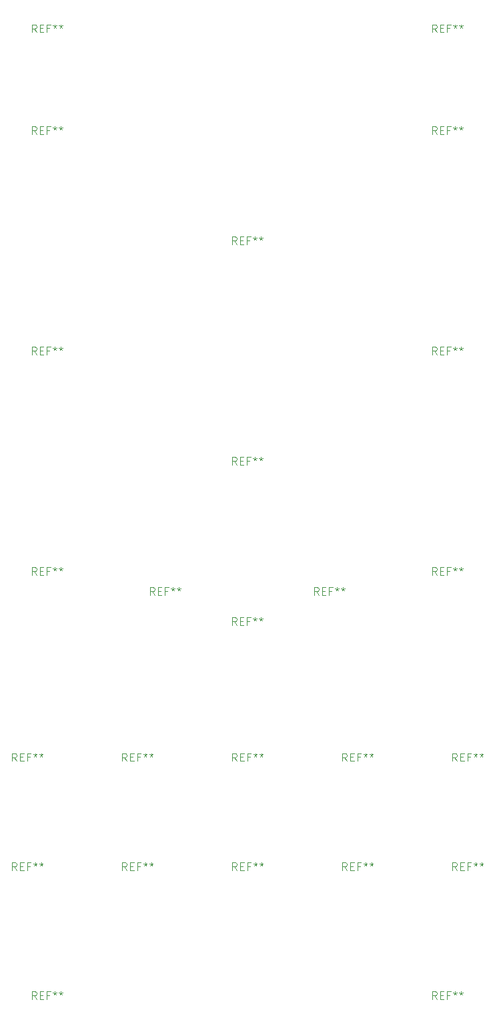
<source format=gbr>
%TF.GenerationSoftware,KiCad,Pcbnew,7.0.1*%
%TF.CreationDate,2024-01-09T19:04:09-05:00*%
%TF.ProjectId,common_faceplate,636f6d6d-6f6e-45f6-9661-6365706c6174,rev?*%
%TF.SameCoordinates,Original*%
%TF.FileFunction,Legend,Top*%
%TF.FilePolarity,Positive*%
%FSLAX46Y46*%
G04 Gerber Fmt 4.6, Leading zero omitted, Abs format (unit mm)*
G04 Created by KiCad (PCBNEW 7.0.1) date 2024-01-09 19:04:09*
%MOMM*%
%LPD*%
G01*
G04 APERTURE LIST*
%ADD10C,0.100000*%
G04 APERTURE END LIST*
D10*
%TO.C,REF\u002A\u002A*%
X74180866Y-139154619D02*
X73847533Y-138678428D01*
X73609438Y-139154619D02*
X73609438Y-138154619D01*
X73609438Y-138154619D02*
X73990390Y-138154619D01*
X73990390Y-138154619D02*
X74085628Y-138202238D01*
X74085628Y-138202238D02*
X74133247Y-138249857D01*
X74133247Y-138249857D02*
X74180866Y-138345095D01*
X74180866Y-138345095D02*
X74180866Y-138487952D01*
X74180866Y-138487952D02*
X74133247Y-138583190D01*
X74133247Y-138583190D02*
X74085628Y-138630809D01*
X74085628Y-138630809D02*
X73990390Y-138678428D01*
X73990390Y-138678428D02*
X73609438Y-138678428D01*
X74609438Y-138630809D02*
X74942771Y-138630809D01*
X75085628Y-139154619D02*
X74609438Y-139154619D01*
X74609438Y-139154619D02*
X74609438Y-138154619D01*
X74609438Y-138154619D02*
X75085628Y-138154619D01*
X75847533Y-138630809D02*
X75514200Y-138630809D01*
X75514200Y-139154619D02*
X75514200Y-138154619D01*
X75514200Y-138154619D02*
X75990390Y-138154619D01*
X76514200Y-138154619D02*
X76514200Y-138392714D01*
X76276105Y-138297476D02*
X76514200Y-138392714D01*
X76514200Y-138392714D02*
X76752295Y-138297476D01*
X76371343Y-138583190D02*
X76514200Y-138392714D01*
X76514200Y-138392714D02*
X76657057Y-138583190D01*
X77276105Y-138154619D02*
X77276105Y-138392714D01*
X77038010Y-138297476D02*
X77276105Y-138392714D01*
X77276105Y-138392714D02*
X77514200Y-138297476D01*
X77133248Y-138583190D02*
X77276105Y-138392714D01*
X77276105Y-138392714D02*
X77418962Y-138583190D01*
X102120866Y-139154619D02*
X101787533Y-138678428D01*
X101549438Y-139154619D02*
X101549438Y-138154619D01*
X101549438Y-138154619D02*
X101930390Y-138154619D01*
X101930390Y-138154619D02*
X102025628Y-138202238D01*
X102025628Y-138202238D02*
X102073247Y-138249857D01*
X102073247Y-138249857D02*
X102120866Y-138345095D01*
X102120866Y-138345095D02*
X102120866Y-138487952D01*
X102120866Y-138487952D02*
X102073247Y-138583190D01*
X102073247Y-138583190D02*
X102025628Y-138630809D01*
X102025628Y-138630809D02*
X101930390Y-138678428D01*
X101930390Y-138678428D02*
X101549438Y-138678428D01*
X102549438Y-138630809D02*
X102882771Y-138630809D01*
X103025628Y-139154619D02*
X102549438Y-139154619D01*
X102549438Y-139154619D02*
X102549438Y-138154619D01*
X102549438Y-138154619D02*
X103025628Y-138154619D01*
X103787533Y-138630809D02*
X103454200Y-138630809D01*
X103454200Y-139154619D02*
X103454200Y-138154619D01*
X103454200Y-138154619D02*
X103930390Y-138154619D01*
X104454200Y-138154619D02*
X104454200Y-138392714D01*
X104216105Y-138297476D02*
X104454200Y-138392714D01*
X104454200Y-138392714D02*
X104692295Y-138297476D01*
X104311343Y-138583190D02*
X104454200Y-138392714D01*
X104454200Y-138392714D02*
X104597057Y-138583190D01*
X105216105Y-138154619D02*
X105216105Y-138392714D01*
X104978010Y-138297476D02*
X105216105Y-138392714D01*
X105216105Y-138392714D02*
X105454200Y-138297476D01*
X105073248Y-138583190D02*
X105216105Y-138392714D01*
X105216105Y-138392714D02*
X105358962Y-138583190D01*
X48755466Y-101715019D02*
X48422133Y-101238828D01*
X48184038Y-101715019D02*
X48184038Y-100715019D01*
X48184038Y-100715019D02*
X48564990Y-100715019D01*
X48564990Y-100715019D02*
X48660228Y-100762638D01*
X48660228Y-100762638D02*
X48707847Y-100810257D01*
X48707847Y-100810257D02*
X48755466Y-100905495D01*
X48755466Y-100905495D02*
X48755466Y-101048352D01*
X48755466Y-101048352D02*
X48707847Y-101143590D01*
X48707847Y-101143590D02*
X48660228Y-101191209D01*
X48660228Y-101191209D02*
X48564990Y-101238828D01*
X48564990Y-101238828D02*
X48184038Y-101238828D01*
X49184038Y-101191209D02*
X49517371Y-101191209D01*
X49660228Y-101715019D02*
X49184038Y-101715019D01*
X49184038Y-101715019D02*
X49184038Y-100715019D01*
X49184038Y-100715019D02*
X49660228Y-100715019D01*
X50422133Y-101191209D02*
X50088800Y-101191209D01*
X50088800Y-101715019D02*
X50088800Y-100715019D01*
X50088800Y-100715019D02*
X50564990Y-100715019D01*
X51088800Y-100715019D02*
X51088800Y-100953114D01*
X50850705Y-100857876D02*
X51088800Y-100953114D01*
X51088800Y-100953114D02*
X51326895Y-100857876D01*
X50945943Y-101143590D02*
X51088800Y-100953114D01*
X51088800Y-100953114D02*
X51231657Y-101143590D01*
X51850705Y-100715019D02*
X51850705Y-100953114D01*
X51612610Y-100857876D02*
X51850705Y-100953114D01*
X51850705Y-100953114D02*
X52088800Y-100857876D01*
X51707848Y-101143590D02*
X51850705Y-100953114D01*
X51850705Y-100953114D02*
X51993562Y-101143590D01*
X99555466Y-101715019D02*
X99222133Y-101238828D01*
X98984038Y-101715019D02*
X98984038Y-100715019D01*
X98984038Y-100715019D02*
X99364990Y-100715019D01*
X99364990Y-100715019D02*
X99460228Y-100762638D01*
X99460228Y-100762638D02*
X99507847Y-100810257D01*
X99507847Y-100810257D02*
X99555466Y-100905495D01*
X99555466Y-100905495D02*
X99555466Y-101048352D01*
X99555466Y-101048352D02*
X99507847Y-101143590D01*
X99507847Y-101143590D02*
X99460228Y-101191209D01*
X99460228Y-101191209D02*
X99364990Y-101238828D01*
X99364990Y-101238828D02*
X98984038Y-101238828D01*
X99984038Y-101191209D02*
X100317371Y-101191209D01*
X100460228Y-101715019D02*
X99984038Y-101715019D01*
X99984038Y-101715019D02*
X99984038Y-100715019D01*
X99984038Y-100715019D02*
X100460228Y-100715019D01*
X101222133Y-101191209D02*
X100888800Y-101191209D01*
X100888800Y-101715019D02*
X100888800Y-100715019D01*
X100888800Y-100715019D02*
X101364990Y-100715019D01*
X101888800Y-100715019D02*
X101888800Y-100953114D01*
X101650705Y-100857876D02*
X101888800Y-100953114D01*
X101888800Y-100953114D02*
X102126895Y-100857876D01*
X101745943Y-101143590D02*
X101888800Y-100953114D01*
X101888800Y-100953114D02*
X102031657Y-101143590D01*
X102650705Y-100715019D02*
X102650705Y-100953114D01*
X102412610Y-100857876D02*
X102650705Y-100953114D01*
X102650705Y-100953114D02*
X102888800Y-100857876D01*
X102507848Y-101143590D02*
X102650705Y-100953114D01*
X102650705Y-100953114D02*
X102793562Y-101143590D01*
X88150866Y-139154619D02*
X87817533Y-138678428D01*
X87579438Y-139154619D02*
X87579438Y-138154619D01*
X87579438Y-138154619D02*
X87960390Y-138154619D01*
X87960390Y-138154619D02*
X88055628Y-138202238D01*
X88055628Y-138202238D02*
X88103247Y-138249857D01*
X88103247Y-138249857D02*
X88150866Y-138345095D01*
X88150866Y-138345095D02*
X88150866Y-138487952D01*
X88150866Y-138487952D02*
X88103247Y-138583190D01*
X88103247Y-138583190D02*
X88055628Y-138630809D01*
X88055628Y-138630809D02*
X87960390Y-138678428D01*
X87960390Y-138678428D02*
X87579438Y-138678428D01*
X88579438Y-138630809D02*
X88912771Y-138630809D01*
X89055628Y-139154619D02*
X88579438Y-139154619D01*
X88579438Y-139154619D02*
X88579438Y-138154619D01*
X88579438Y-138154619D02*
X89055628Y-138154619D01*
X89817533Y-138630809D02*
X89484200Y-138630809D01*
X89484200Y-139154619D02*
X89484200Y-138154619D01*
X89484200Y-138154619D02*
X89960390Y-138154619D01*
X90484200Y-138154619D02*
X90484200Y-138392714D01*
X90246105Y-138297476D02*
X90484200Y-138392714D01*
X90484200Y-138392714D02*
X90722295Y-138297476D01*
X90341343Y-138583190D02*
X90484200Y-138392714D01*
X90484200Y-138392714D02*
X90627057Y-138583190D01*
X91246105Y-138154619D02*
X91246105Y-138392714D01*
X91008010Y-138297476D02*
X91246105Y-138392714D01*
X91246105Y-138392714D02*
X91484200Y-138297476D01*
X91103248Y-138583190D02*
X91246105Y-138392714D01*
X91246105Y-138392714D02*
X91388962Y-138583190D01*
X74180866Y-125311619D02*
X73847533Y-124835428D01*
X73609438Y-125311619D02*
X73609438Y-124311619D01*
X73609438Y-124311619D02*
X73990390Y-124311619D01*
X73990390Y-124311619D02*
X74085628Y-124359238D01*
X74085628Y-124359238D02*
X74133247Y-124406857D01*
X74133247Y-124406857D02*
X74180866Y-124502095D01*
X74180866Y-124502095D02*
X74180866Y-124644952D01*
X74180866Y-124644952D02*
X74133247Y-124740190D01*
X74133247Y-124740190D02*
X74085628Y-124787809D01*
X74085628Y-124787809D02*
X73990390Y-124835428D01*
X73990390Y-124835428D02*
X73609438Y-124835428D01*
X74609438Y-124787809D02*
X74942771Y-124787809D01*
X75085628Y-125311619D02*
X74609438Y-125311619D01*
X74609438Y-125311619D02*
X74609438Y-124311619D01*
X74609438Y-124311619D02*
X75085628Y-124311619D01*
X75847533Y-124787809D02*
X75514200Y-124787809D01*
X75514200Y-125311619D02*
X75514200Y-124311619D01*
X75514200Y-124311619D02*
X75990390Y-124311619D01*
X76514200Y-124311619D02*
X76514200Y-124549714D01*
X76276105Y-124454476D02*
X76514200Y-124549714D01*
X76514200Y-124549714D02*
X76752295Y-124454476D01*
X76371343Y-124740190D02*
X76514200Y-124549714D01*
X76514200Y-124549714D02*
X76657057Y-124740190D01*
X77276105Y-124311619D02*
X77276105Y-124549714D01*
X77038010Y-124454476D02*
X77276105Y-124549714D01*
X77276105Y-124549714D02*
X77514200Y-124454476D01*
X77133248Y-124740190D02*
X77276105Y-124549714D01*
X77276105Y-124549714D02*
X77418962Y-124740190D01*
X74155466Y-108065019D02*
X73822133Y-107588828D01*
X73584038Y-108065019D02*
X73584038Y-107065019D01*
X73584038Y-107065019D02*
X73964990Y-107065019D01*
X73964990Y-107065019D02*
X74060228Y-107112638D01*
X74060228Y-107112638D02*
X74107847Y-107160257D01*
X74107847Y-107160257D02*
X74155466Y-107255495D01*
X74155466Y-107255495D02*
X74155466Y-107398352D01*
X74155466Y-107398352D02*
X74107847Y-107493590D01*
X74107847Y-107493590D02*
X74060228Y-107541209D01*
X74060228Y-107541209D02*
X73964990Y-107588828D01*
X73964990Y-107588828D02*
X73584038Y-107588828D01*
X74584038Y-107541209D02*
X74917371Y-107541209D01*
X75060228Y-108065019D02*
X74584038Y-108065019D01*
X74584038Y-108065019D02*
X74584038Y-107065019D01*
X74584038Y-107065019D02*
X75060228Y-107065019D01*
X75822133Y-107541209D02*
X75488800Y-107541209D01*
X75488800Y-108065019D02*
X75488800Y-107065019D01*
X75488800Y-107065019D02*
X75964990Y-107065019D01*
X76488800Y-107065019D02*
X76488800Y-107303114D01*
X76250705Y-107207876D02*
X76488800Y-107303114D01*
X76488800Y-107303114D02*
X76726895Y-107207876D01*
X76345943Y-107493590D02*
X76488800Y-107303114D01*
X76488800Y-107303114D02*
X76631657Y-107493590D01*
X77250705Y-107065019D02*
X77250705Y-107303114D01*
X77012610Y-107207876D02*
X77250705Y-107303114D01*
X77250705Y-107303114D02*
X77488800Y-107207876D01*
X77107848Y-107493590D02*
X77250705Y-107303114D01*
X77250705Y-107303114D02*
X77393562Y-107493590D01*
X84569466Y-104255019D02*
X84236133Y-103778828D01*
X83998038Y-104255019D02*
X83998038Y-103255019D01*
X83998038Y-103255019D02*
X84378990Y-103255019D01*
X84378990Y-103255019D02*
X84474228Y-103302638D01*
X84474228Y-103302638D02*
X84521847Y-103350257D01*
X84521847Y-103350257D02*
X84569466Y-103445495D01*
X84569466Y-103445495D02*
X84569466Y-103588352D01*
X84569466Y-103588352D02*
X84521847Y-103683590D01*
X84521847Y-103683590D02*
X84474228Y-103731209D01*
X84474228Y-103731209D02*
X84378990Y-103778828D01*
X84378990Y-103778828D02*
X83998038Y-103778828D01*
X84998038Y-103731209D02*
X85331371Y-103731209D01*
X85474228Y-104255019D02*
X84998038Y-104255019D01*
X84998038Y-104255019D02*
X84998038Y-103255019D01*
X84998038Y-103255019D02*
X85474228Y-103255019D01*
X86236133Y-103731209D02*
X85902800Y-103731209D01*
X85902800Y-104255019D02*
X85902800Y-103255019D01*
X85902800Y-103255019D02*
X86378990Y-103255019D01*
X86902800Y-103255019D02*
X86902800Y-103493114D01*
X86664705Y-103397876D02*
X86902800Y-103493114D01*
X86902800Y-103493114D02*
X87140895Y-103397876D01*
X86759943Y-103683590D02*
X86902800Y-103493114D01*
X86902800Y-103493114D02*
X87045657Y-103683590D01*
X87664705Y-103255019D02*
X87664705Y-103493114D01*
X87426610Y-103397876D02*
X87664705Y-103493114D01*
X87664705Y-103493114D02*
X87902800Y-103397876D01*
X87521848Y-103683590D02*
X87664705Y-103493114D01*
X87664705Y-103493114D02*
X87807562Y-103683590D01*
X46240866Y-139154619D02*
X45907533Y-138678428D01*
X45669438Y-139154619D02*
X45669438Y-138154619D01*
X45669438Y-138154619D02*
X46050390Y-138154619D01*
X46050390Y-138154619D02*
X46145628Y-138202238D01*
X46145628Y-138202238D02*
X46193247Y-138249857D01*
X46193247Y-138249857D02*
X46240866Y-138345095D01*
X46240866Y-138345095D02*
X46240866Y-138487952D01*
X46240866Y-138487952D02*
X46193247Y-138583190D01*
X46193247Y-138583190D02*
X46145628Y-138630809D01*
X46145628Y-138630809D02*
X46050390Y-138678428D01*
X46050390Y-138678428D02*
X45669438Y-138678428D01*
X46669438Y-138630809D02*
X47002771Y-138630809D01*
X47145628Y-139154619D02*
X46669438Y-139154619D01*
X46669438Y-139154619D02*
X46669438Y-138154619D01*
X46669438Y-138154619D02*
X47145628Y-138154619D01*
X47907533Y-138630809D02*
X47574200Y-138630809D01*
X47574200Y-139154619D02*
X47574200Y-138154619D01*
X47574200Y-138154619D02*
X48050390Y-138154619D01*
X48574200Y-138154619D02*
X48574200Y-138392714D01*
X48336105Y-138297476D02*
X48574200Y-138392714D01*
X48574200Y-138392714D02*
X48812295Y-138297476D01*
X48431343Y-138583190D02*
X48574200Y-138392714D01*
X48574200Y-138392714D02*
X48717057Y-138583190D01*
X49336105Y-138154619D02*
X49336105Y-138392714D01*
X49098010Y-138297476D02*
X49336105Y-138392714D01*
X49336105Y-138392714D02*
X49574200Y-138297476D01*
X49193248Y-138583190D02*
X49336105Y-138392714D01*
X49336105Y-138392714D02*
X49478962Y-138583190D01*
X48755466Y-32931819D02*
X48422133Y-32455628D01*
X48184038Y-32931819D02*
X48184038Y-31931819D01*
X48184038Y-31931819D02*
X48564990Y-31931819D01*
X48564990Y-31931819D02*
X48660228Y-31979438D01*
X48660228Y-31979438D02*
X48707847Y-32027057D01*
X48707847Y-32027057D02*
X48755466Y-32122295D01*
X48755466Y-32122295D02*
X48755466Y-32265152D01*
X48755466Y-32265152D02*
X48707847Y-32360390D01*
X48707847Y-32360390D02*
X48660228Y-32408009D01*
X48660228Y-32408009D02*
X48564990Y-32455628D01*
X48564990Y-32455628D02*
X48184038Y-32455628D01*
X49184038Y-32408009D02*
X49517371Y-32408009D01*
X49660228Y-32931819D02*
X49184038Y-32931819D01*
X49184038Y-32931819D02*
X49184038Y-31931819D01*
X49184038Y-31931819D02*
X49660228Y-31931819D01*
X50422133Y-32408009D02*
X50088800Y-32408009D01*
X50088800Y-32931819D02*
X50088800Y-31931819D01*
X50088800Y-31931819D02*
X50564990Y-31931819D01*
X51088800Y-31931819D02*
X51088800Y-32169914D01*
X50850705Y-32074676D02*
X51088800Y-32169914D01*
X51088800Y-32169914D02*
X51326895Y-32074676D01*
X50945943Y-32360390D02*
X51088800Y-32169914D01*
X51088800Y-32169914D02*
X51231657Y-32360390D01*
X51850705Y-31931819D02*
X51850705Y-32169914D01*
X51612610Y-32074676D02*
X51850705Y-32169914D01*
X51850705Y-32169914D02*
X52088800Y-32074676D01*
X51707848Y-32360390D02*
X51850705Y-32169914D01*
X51850705Y-32169914D02*
X51993562Y-32360390D01*
X48755466Y-155486819D02*
X48422133Y-155010628D01*
X48184038Y-155486819D02*
X48184038Y-154486819D01*
X48184038Y-154486819D02*
X48564990Y-154486819D01*
X48564990Y-154486819D02*
X48660228Y-154534438D01*
X48660228Y-154534438D02*
X48707847Y-154582057D01*
X48707847Y-154582057D02*
X48755466Y-154677295D01*
X48755466Y-154677295D02*
X48755466Y-154820152D01*
X48755466Y-154820152D02*
X48707847Y-154915390D01*
X48707847Y-154915390D02*
X48660228Y-154963009D01*
X48660228Y-154963009D02*
X48564990Y-155010628D01*
X48564990Y-155010628D02*
X48184038Y-155010628D01*
X49184038Y-154963009D02*
X49517371Y-154963009D01*
X49660228Y-155486819D02*
X49184038Y-155486819D01*
X49184038Y-155486819D02*
X49184038Y-154486819D01*
X49184038Y-154486819D02*
X49660228Y-154486819D01*
X50422133Y-154963009D02*
X50088800Y-154963009D01*
X50088800Y-155486819D02*
X50088800Y-154486819D01*
X50088800Y-154486819D02*
X50564990Y-154486819D01*
X51088800Y-154486819D02*
X51088800Y-154724914D01*
X50850705Y-154629676D02*
X51088800Y-154724914D01*
X51088800Y-154724914D02*
X51326895Y-154629676D01*
X50945943Y-154915390D02*
X51088800Y-154724914D01*
X51088800Y-154724914D02*
X51231657Y-154915390D01*
X51850705Y-154486819D02*
X51850705Y-154724914D01*
X51612610Y-154629676D02*
X51850705Y-154724914D01*
X51850705Y-154724914D02*
X52088800Y-154629676D01*
X51707848Y-154915390D02*
X51850705Y-154724914D01*
X51850705Y-154724914D02*
X51993562Y-154915390D01*
X99555466Y-73775019D02*
X99222133Y-73298828D01*
X98984038Y-73775019D02*
X98984038Y-72775019D01*
X98984038Y-72775019D02*
X99364990Y-72775019D01*
X99364990Y-72775019D02*
X99460228Y-72822638D01*
X99460228Y-72822638D02*
X99507847Y-72870257D01*
X99507847Y-72870257D02*
X99555466Y-72965495D01*
X99555466Y-72965495D02*
X99555466Y-73108352D01*
X99555466Y-73108352D02*
X99507847Y-73203590D01*
X99507847Y-73203590D02*
X99460228Y-73251209D01*
X99460228Y-73251209D02*
X99364990Y-73298828D01*
X99364990Y-73298828D02*
X98984038Y-73298828D01*
X99984038Y-73251209D02*
X100317371Y-73251209D01*
X100460228Y-73775019D02*
X99984038Y-73775019D01*
X99984038Y-73775019D02*
X99984038Y-72775019D01*
X99984038Y-72775019D02*
X100460228Y-72775019D01*
X101222133Y-73251209D02*
X100888800Y-73251209D01*
X100888800Y-73775019D02*
X100888800Y-72775019D01*
X100888800Y-72775019D02*
X101364990Y-72775019D01*
X101888800Y-72775019D02*
X101888800Y-73013114D01*
X101650705Y-72917876D02*
X101888800Y-73013114D01*
X101888800Y-73013114D02*
X102126895Y-72917876D01*
X101745943Y-73203590D02*
X101888800Y-73013114D01*
X101888800Y-73013114D02*
X102031657Y-73203590D01*
X102650705Y-72775019D02*
X102650705Y-73013114D01*
X102412610Y-72917876D02*
X102650705Y-73013114D01*
X102650705Y-73013114D02*
X102888800Y-72917876D01*
X102507848Y-73203590D02*
X102650705Y-73013114D01*
X102650705Y-73013114D02*
X102793562Y-73203590D01*
X60210866Y-125311619D02*
X59877533Y-124835428D01*
X59639438Y-125311619D02*
X59639438Y-124311619D01*
X59639438Y-124311619D02*
X60020390Y-124311619D01*
X60020390Y-124311619D02*
X60115628Y-124359238D01*
X60115628Y-124359238D02*
X60163247Y-124406857D01*
X60163247Y-124406857D02*
X60210866Y-124502095D01*
X60210866Y-124502095D02*
X60210866Y-124644952D01*
X60210866Y-124644952D02*
X60163247Y-124740190D01*
X60163247Y-124740190D02*
X60115628Y-124787809D01*
X60115628Y-124787809D02*
X60020390Y-124835428D01*
X60020390Y-124835428D02*
X59639438Y-124835428D01*
X60639438Y-124787809D02*
X60972771Y-124787809D01*
X61115628Y-125311619D02*
X60639438Y-125311619D01*
X60639438Y-125311619D02*
X60639438Y-124311619D01*
X60639438Y-124311619D02*
X61115628Y-124311619D01*
X61877533Y-124787809D02*
X61544200Y-124787809D01*
X61544200Y-125311619D02*
X61544200Y-124311619D01*
X61544200Y-124311619D02*
X62020390Y-124311619D01*
X62544200Y-124311619D02*
X62544200Y-124549714D01*
X62306105Y-124454476D02*
X62544200Y-124549714D01*
X62544200Y-124549714D02*
X62782295Y-124454476D01*
X62401343Y-124740190D02*
X62544200Y-124549714D01*
X62544200Y-124549714D02*
X62687057Y-124740190D01*
X63306105Y-124311619D02*
X63306105Y-124549714D01*
X63068010Y-124454476D02*
X63306105Y-124549714D01*
X63306105Y-124549714D02*
X63544200Y-124454476D01*
X63163248Y-124740190D02*
X63306105Y-124549714D01*
X63306105Y-124549714D02*
X63448962Y-124740190D01*
X63741466Y-104255019D02*
X63408133Y-103778828D01*
X63170038Y-104255019D02*
X63170038Y-103255019D01*
X63170038Y-103255019D02*
X63550990Y-103255019D01*
X63550990Y-103255019D02*
X63646228Y-103302638D01*
X63646228Y-103302638D02*
X63693847Y-103350257D01*
X63693847Y-103350257D02*
X63741466Y-103445495D01*
X63741466Y-103445495D02*
X63741466Y-103588352D01*
X63741466Y-103588352D02*
X63693847Y-103683590D01*
X63693847Y-103683590D02*
X63646228Y-103731209D01*
X63646228Y-103731209D02*
X63550990Y-103778828D01*
X63550990Y-103778828D02*
X63170038Y-103778828D01*
X64170038Y-103731209D02*
X64503371Y-103731209D01*
X64646228Y-104255019D02*
X64170038Y-104255019D01*
X64170038Y-104255019D02*
X64170038Y-103255019D01*
X64170038Y-103255019D02*
X64646228Y-103255019D01*
X65408133Y-103731209D02*
X65074800Y-103731209D01*
X65074800Y-104255019D02*
X65074800Y-103255019D01*
X65074800Y-103255019D02*
X65550990Y-103255019D01*
X66074800Y-103255019D02*
X66074800Y-103493114D01*
X65836705Y-103397876D02*
X66074800Y-103493114D01*
X66074800Y-103493114D02*
X66312895Y-103397876D01*
X65931943Y-103683590D02*
X66074800Y-103493114D01*
X66074800Y-103493114D02*
X66217657Y-103683590D01*
X66836705Y-103255019D02*
X66836705Y-103493114D01*
X66598610Y-103397876D02*
X66836705Y-103493114D01*
X66836705Y-103493114D02*
X67074800Y-103397876D01*
X66693848Y-103683590D02*
X66836705Y-103493114D01*
X66836705Y-103493114D02*
X66979562Y-103683590D01*
X74180866Y-139154619D02*
X73847533Y-138678428D01*
X73609438Y-139154619D02*
X73609438Y-138154619D01*
X73609438Y-138154619D02*
X73990390Y-138154619D01*
X73990390Y-138154619D02*
X74085628Y-138202238D01*
X74085628Y-138202238D02*
X74133247Y-138249857D01*
X74133247Y-138249857D02*
X74180866Y-138345095D01*
X74180866Y-138345095D02*
X74180866Y-138487952D01*
X74180866Y-138487952D02*
X74133247Y-138583190D01*
X74133247Y-138583190D02*
X74085628Y-138630809D01*
X74085628Y-138630809D02*
X73990390Y-138678428D01*
X73990390Y-138678428D02*
X73609438Y-138678428D01*
X74609438Y-138630809D02*
X74942771Y-138630809D01*
X75085628Y-139154619D02*
X74609438Y-139154619D01*
X74609438Y-139154619D02*
X74609438Y-138154619D01*
X74609438Y-138154619D02*
X75085628Y-138154619D01*
X75847533Y-138630809D02*
X75514200Y-138630809D01*
X75514200Y-139154619D02*
X75514200Y-138154619D01*
X75514200Y-138154619D02*
X75990390Y-138154619D01*
X76514200Y-138154619D02*
X76514200Y-138392714D01*
X76276105Y-138297476D02*
X76514200Y-138392714D01*
X76514200Y-138392714D02*
X76752295Y-138297476D01*
X76371343Y-138583190D02*
X76514200Y-138392714D01*
X76514200Y-138392714D02*
X76657057Y-138583190D01*
X77276105Y-138154619D02*
X77276105Y-138392714D01*
X77038010Y-138297476D02*
X77276105Y-138392714D01*
X77276105Y-138392714D02*
X77514200Y-138297476D01*
X77133248Y-138583190D02*
X77276105Y-138392714D01*
X77276105Y-138392714D02*
X77418962Y-138583190D01*
X99555466Y-45835019D02*
X99222133Y-45358828D01*
X98984038Y-45835019D02*
X98984038Y-44835019D01*
X98984038Y-44835019D02*
X99364990Y-44835019D01*
X99364990Y-44835019D02*
X99460228Y-44882638D01*
X99460228Y-44882638D02*
X99507847Y-44930257D01*
X99507847Y-44930257D02*
X99555466Y-45025495D01*
X99555466Y-45025495D02*
X99555466Y-45168352D01*
X99555466Y-45168352D02*
X99507847Y-45263590D01*
X99507847Y-45263590D02*
X99460228Y-45311209D01*
X99460228Y-45311209D02*
X99364990Y-45358828D01*
X99364990Y-45358828D02*
X98984038Y-45358828D01*
X99984038Y-45311209D02*
X100317371Y-45311209D01*
X100460228Y-45835019D02*
X99984038Y-45835019D01*
X99984038Y-45835019D02*
X99984038Y-44835019D01*
X99984038Y-44835019D02*
X100460228Y-44835019D01*
X101222133Y-45311209D02*
X100888800Y-45311209D01*
X100888800Y-45835019D02*
X100888800Y-44835019D01*
X100888800Y-44835019D02*
X101364990Y-44835019D01*
X101888800Y-44835019D02*
X101888800Y-45073114D01*
X101650705Y-44977876D02*
X101888800Y-45073114D01*
X101888800Y-45073114D02*
X102126895Y-44977876D01*
X101745943Y-45263590D02*
X101888800Y-45073114D01*
X101888800Y-45073114D02*
X102031657Y-45263590D01*
X102650705Y-44835019D02*
X102650705Y-45073114D01*
X102412610Y-44977876D02*
X102650705Y-45073114D01*
X102650705Y-45073114D02*
X102888800Y-44977876D01*
X102507848Y-45263590D02*
X102650705Y-45073114D01*
X102650705Y-45073114D02*
X102793562Y-45263590D01*
X46240866Y-125311619D02*
X45907533Y-124835428D01*
X45669438Y-125311619D02*
X45669438Y-124311619D01*
X45669438Y-124311619D02*
X46050390Y-124311619D01*
X46050390Y-124311619D02*
X46145628Y-124359238D01*
X46145628Y-124359238D02*
X46193247Y-124406857D01*
X46193247Y-124406857D02*
X46240866Y-124502095D01*
X46240866Y-124502095D02*
X46240866Y-124644952D01*
X46240866Y-124644952D02*
X46193247Y-124740190D01*
X46193247Y-124740190D02*
X46145628Y-124787809D01*
X46145628Y-124787809D02*
X46050390Y-124835428D01*
X46050390Y-124835428D02*
X45669438Y-124835428D01*
X46669438Y-124787809D02*
X47002771Y-124787809D01*
X47145628Y-125311619D02*
X46669438Y-125311619D01*
X46669438Y-125311619D02*
X46669438Y-124311619D01*
X46669438Y-124311619D02*
X47145628Y-124311619D01*
X47907533Y-124787809D02*
X47574200Y-124787809D01*
X47574200Y-125311619D02*
X47574200Y-124311619D01*
X47574200Y-124311619D02*
X48050390Y-124311619D01*
X48574200Y-124311619D02*
X48574200Y-124549714D01*
X48336105Y-124454476D02*
X48574200Y-124549714D01*
X48574200Y-124549714D02*
X48812295Y-124454476D01*
X48431343Y-124740190D02*
X48574200Y-124549714D01*
X48574200Y-124549714D02*
X48717057Y-124740190D01*
X49336105Y-124311619D02*
X49336105Y-124549714D01*
X49098010Y-124454476D02*
X49336105Y-124549714D01*
X49336105Y-124549714D02*
X49574200Y-124454476D01*
X49193248Y-124740190D02*
X49336105Y-124549714D01*
X49336105Y-124549714D02*
X49478962Y-124740190D01*
X99555466Y-155486819D02*
X99222133Y-155010628D01*
X98984038Y-155486819D02*
X98984038Y-154486819D01*
X98984038Y-154486819D02*
X99364990Y-154486819D01*
X99364990Y-154486819D02*
X99460228Y-154534438D01*
X99460228Y-154534438D02*
X99507847Y-154582057D01*
X99507847Y-154582057D02*
X99555466Y-154677295D01*
X99555466Y-154677295D02*
X99555466Y-154820152D01*
X99555466Y-154820152D02*
X99507847Y-154915390D01*
X99507847Y-154915390D02*
X99460228Y-154963009D01*
X99460228Y-154963009D02*
X99364990Y-155010628D01*
X99364990Y-155010628D02*
X98984038Y-155010628D01*
X99984038Y-154963009D02*
X100317371Y-154963009D01*
X100460228Y-155486819D02*
X99984038Y-155486819D01*
X99984038Y-155486819D02*
X99984038Y-154486819D01*
X99984038Y-154486819D02*
X100460228Y-154486819D01*
X101222133Y-154963009D02*
X100888800Y-154963009D01*
X100888800Y-155486819D02*
X100888800Y-154486819D01*
X100888800Y-154486819D02*
X101364990Y-154486819D01*
X101888800Y-154486819D02*
X101888800Y-154724914D01*
X101650705Y-154629676D02*
X101888800Y-154724914D01*
X101888800Y-154724914D02*
X102126895Y-154629676D01*
X101745943Y-154915390D02*
X101888800Y-154724914D01*
X101888800Y-154724914D02*
X102031657Y-154915390D01*
X102650705Y-154486819D02*
X102650705Y-154724914D01*
X102412610Y-154629676D02*
X102650705Y-154724914D01*
X102650705Y-154724914D02*
X102888800Y-154629676D01*
X102507848Y-154915390D02*
X102650705Y-154724914D01*
X102650705Y-154724914D02*
X102793562Y-154915390D01*
X99555466Y-32931819D02*
X99222133Y-32455628D01*
X98984038Y-32931819D02*
X98984038Y-31931819D01*
X98984038Y-31931819D02*
X99364990Y-31931819D01*
X99364990Y-31931819D02*
X99460228Y-31979438D01*
X99460228Y-31979438D02*
X99507847Y-32027057D01*
X99507847Y-32027057D02*
X99555466Y-32122295D01*
X99555466Y-32122295D02*
X99555466Y-32265152D01*
X99555466Y-32265152D02*
X99507847Y-32360390D01*
X99507847Y-32360390D02*
X99460228Y-32408009D01*
X99460228Y-32408009D02*
X99364990Y-32455628D01*
X99364990Y-32455628D02*
X98984038Y-32455628D01*
X99984038Y-32408009D02*
X100317371Y-32408009D01*
X100460228Y-32931819D02*
X99984038Y-32931819D01*
X99984038Y-32931819D02*
X99984038Y-31931819D01*
X99984038Y-31931819D02*
X100460228Y-31931819D01*
X101222133Y-32408009D02*
X100888800Y-32408009D01*
X100888800Y-32931819D02*
X100888800Y-31931819D01*
X100888800Y-31931819D02*
X101364990Y-31931819D01*
X101888800Y-31931819D02*
X101888800Y-32169914D01*
X101650705Y-32074676D02*
X101888800Y-32169914D01*
X101888800Y-32169914D02*
X102126895Y-32074676D01*
X101745943Y-32360390D02*
X101888800Y-32169914D01*
X101888800Y-32169914D02*
X102031657Y-32360390D01*
X102650705Y-31931819D02*
X102650705Y-32169914D01*
X102412610Y-32074676D02*
X102650705Y-32169914D01*
X102650705Y-32169914D02*
X102888800Y-32074676D01*
X102507848Y-32360390D02*
X102650705Y-32169914D01*
X102650705Y-32169914D02*
X102793562Y-32360390D01*
X48755466Y-73775019D02*
X48422133Y-73298828D01*
X48184038Y-73775019D02*
X48184038Y-72775019D01*
X48184038Y-72775019D02*
X48564990Y-72775019D01*
X48564990Y-72775019D02*
X48660228Y-72822638D01*
X48660228Y-72822638D02*
X48707847Y-72870257D01*
X48707847Y-72870257D02*
X48755466Y-72965495D01*
X48755466Y-72965495D02*
X48755466Y-73108352D01*
X48755466Y-73108352D02*
X48707847Y-73203590D01*
X48707847Y-73203590D02*
X48660228Y-73251209D01*
X48660228Y-73251209D02*
X48564990Y-73298828D01*
X48564990Y-73298828D02*
X48184038Y-73298828D01*
X49184038Y-73251209D02*
X49517371Y-73251209D01*
X49660228Y-73775019D02*
X49184038Y-73775019D01*
X49184038Y-73775019D02*
X49184038Y-72775019D01*
X49184038Y-72775019D02*
X49660228Y-72775019D01*
X50422133Y-73251209D02*
X50088800Y-73251209D01*
X50088800Y-73775019D02*
X50088800Y-72775019D01*
X50088800Y-72775019D02*
X50564990Y-72775019D01*
X51088800Y-72775019D02*
X51088800Y-73013114D01*
X50850705Y-72917876D02*
X51088800Y-73013114D01*
X51088800Y-73013114D02*
X51326895Y-72917876D01*
X50945943Y-73203590D02*
X51088800Y-73013114D01*
X51088800Y-73013114D02*
X51231657Y-73203590D01*
X51850705Y-72775019D02*
X51850705Y-73013114D01*
X51612610Y-72917876D02*
X51850705Y-73013114D01*
X51850705Y-73013114D02*
X52088800Y-72917876D01*
X51707848Y-73203590D02*
X51850705Y-73013114D01*
X51850705Y-73013114D02*
X51993562Y-73203590D01*
X88150866Y-125311619D02*
X87817533Y-124835428D01*
X87579438Y-125311619D02*
X87579438Y-124311619D01*
X87579438Y-124311619D02*
X87960390Y-124311619D01*
X87960390Y-124311619D02*
X88055628Y-124359238D01*
X88055628Y-124359238D02*
X88103247Y-124406857D01*
X88103247Y-124406857D02*
X88150866Y-124502095D01*
X88150866Y-124502095D02*
X88150866Y-124644952D01*
X88150866Y-124644952D02*
X88103247Y-124740190D01*
X88103247Y-124740190D02*
X88055628Y-124787809D01*
X88055628Y-124787809D02*
X87960390Y-124835428D01*
X87960390Y-124835428D02*
X87579438Y-124835428D01*
X88579438Y-124787809D02*
X88912771Y-124787809D01*
X89055628Y-125311619D02*
X88579438Y-125311619D01*
X88579438Y-125311619D02*
X88579438Y-124311619D01*
X88579438Y-124311619D02*
X89055628Y-124311619D01*
X89817533Y-124787809D02*
X89484200Y-124787809D01*
X89484200Y-125311619D02*
X89484200Y-124311619D01*
X89484200Y-124311619D02*
X89960390Y-124311619D01*
X90484200Y-124311619D02*
X90484200Y-124549714D01*
X90246105Y-124454476D02*
X90484200Y-124549714D01*
X90484200Y-124549714D02*
X90722295Y-124454476D01*
X90341343Y-124740190D02*
X90484200Y-124549714D01*
X90484200Y-124549714D02*
X90627057Y-124740190D01*
X91246105Y-124311619D02*
X91246105Y-124549714D01*
X91008010Y-124454476D02*
X91246105Y-124549714D01*
X91246105Y-124549714D02*
X91484200Y-124454476D01*
X91103248Y-124740190D02*
X91246105Y-124549714D01*
X91246105Y-124549714D02*
X91388962Y-124740190D01*
X102120866Y-125311619D02*
X101787533Y-124835428D01*
X101549438Y-125311619D02*
X101549438Y-124311619D01*
X101549438Y-124311619D02*
X101930390Y-124311619D01*
X101930390Y-124311619D02*
X102025628Y-124359238D01*
X102025628Y-124359238D02*
X102073247Y-124406857D01*
X102073247Y-124406857D02*
X102120866Y-124502095D01*
X102120866Y-124502095D02*
X102120866Y-124644952D01*
X102120866Y-124644952D02*
X102073247Y-124740190D01*
X102073247Y-124740190D02*
X102025628Y-124787809D01*
X102025628Y-124787809D02*
X101930390Y-124835428D01*
X101930390Y-124835428D02*
X101549438Y-124835428D01*
X102549438Y-124787809D02*
X102882771Y-124787809D01*
X103025628Y-125311619D02*
X102549438Y-125311619D01*
X102549438Y-125311619D02*
X102549438Y-124311619D01*
X102549438Y-124311619D02*
X103025628Y-124311619D01*
X103787533Y-124787809D02*
X103454200Y-124787809D01*
X103454200Y-125311619D02*
X103454200Y-124311619D01*
X103454200Y-124311619D02*
X103930390Y-124311619D01*
X104454200Y-124311619D02*
X104454200Y-124549714D01*
X104216105Y-124454476D02*
X104454200Y-124549714D01*
X104454200Y-124549714D02*
X104692295Y-124454476D01*
X104311343Y-124740190D02*
X104454200Y-124549714D01*
X104454200Y-124549714D02*
X104597057Y-124740190D01*
X105216105Y-124311619D02*
X105216105Y-124549714D01*
X104978010Y-124454476D02*
X105216105Y-124549714D01*
X105216105Y-124549714D02*
X105454200Y-124454476D01*
X105073248Y-124740190D02*
X105216105Y-124549714D01*
X105216105Y-124549714D02*
X105358962Y-124740190D01*
X74155466Y-87745019D02*
X73822133Y-87268828D01*
X73584038Y-87745019D02*
X73584038Y-86745019D01*
X73584038Y-86745019D02*
X73964990Y-86745019D01*
X73964990Y-86745019D02*
X74060228Y-86792638D01*
X74060228Y-86792638D02*
X74107847Y-86840257D01*
X74107847Y-86840257D02*
X74155466Y-86935495D01*
X74155466Y-86935495D02*
X74155466Y-87078352D01*
X74155466Y-87078352D02*
X74107847Y-87173590D01*
X74107847Y-87173590D02*
X74060228Y-87221209D01*
X74060228Y-87221209D02*
X73964990Y-87268828D01*
X73964990Y-87268828D02*
X73584038Y-87268828D01*
X74584038Y-87221209D02*
X74917371Y-87221209D01*
X75060228Y-87745019D02*
X74584038Y-87745019D01*
X74584038Y-87745019D02*
X74584038Y-86745019D01*
X74584038Y-86745019D02*
X75060228Y-86745019D01*
X75822133Y-87221209D02*
X75488800Y-87221209D01*
X75488800Y-87745019D02*
X75488800Y-86745019D01*
X75488800Y-86745019D02*
X75964990Y-86745019D01*
X76488800Y-86745019D02*
X76488800Y-86983114D01*
X76250705Y-86887876D02*
X76488800Y-86983114D01*
X76488800Y-86983114D02*
X76726895Y-86887876D01*
X76345943Y-87173590D02*
X76488800Y-86983114D01*
X76488800Y-86983114D02*
X76631657Y-87173590D01*
X77250705Y-86745019D02*
X77250705Y-86983114D01*
X77012610Y-86887876D02*
X77250705Y-86983114D01*
X77250705Y-86983114D02*
X77488800Y-86887876D01*
X77107848Y-87173590D02*
X77250705Y-86983114D01*
X77250705Y-86983114D02*
X77393562Y-87173590D01*
X74180866Y-125311619D02*
X73847533Y-124835428D01*
X73609438Y-125311619D02*
X73609438Y-124311619D01*
X73609438Y-124311619D02*
X73990390Y-124311619D01*
X73990390Y-124311619D02*
X74085628Y-124359238D01*
X74085628Y-124359238D02*
X74133247Y-124406857D01*
X74133247Y-124406857D02*
X74180866Y-124502095D01*
X74180866Y-124502095D02*
X74180866Y-124644952D01*
X74180866Y-124644952D02*
X74133247Y-124740190D01*
X74133247Y-124740190D02*
X74085628Y-124787809D01*
X74085628Y-124787809D02*
X73990390Y-124835428D01*
X73990390Y-124835428D02*
X73609438Y-124835428D01*
X74609438Y-124787809D02*
X74942771Y-124787809D01*
X75085628Y-125311619D02*
X74609438Y-125311619D01*
X74609438Y-125311619D02*
X74609438Y-124311619D01*
X74609438Y-124311619D02*
X75085628Y-124311619D01*
X75847533Y-124787809D02*
X75514200Y-124787809D01*
X75514200Y-125311619D02*
X75514200Y-124311619D01*
X75514200Y-124311619D02*
X75990390Y-124311619D01*
X76514200Y-124311619D02*
X76514200Y-124549714D01*
X76276105Y-124454476D02*
X76514200Y-124549714D01*
X76514200Y-124549714D02*
X76752295Y-124454476D01*
X76371343Y-124740190D02*
X76514200Y-124549714D01*
X76514200Y-124549714D02*
X76657057Y-124740190D01*
X77276105Y-124311619D02*
X77276105Y-124549714D01*
X77038010Y-124454476D02*
X77276105Y-124549714D01*
X77276105Y-124549714D02*
X77514200Y-124454476D01*
X77133248Y-124740190D02*
X77276105Y-124549714D01*
X77276105Y-124549714D02*
X77418962Y-124740190D01*
X60210866Y-139154619D02*
X59877533Y-138678428D01*
X59639438Y-139154619D02*
X59639438Y-138154619D01*
X59639438Y-138154619D02*
X60020390Y-138154619D01*
X60020390Y-138154619D02*
X60115628Y-138202238D01*
X60115628Y-138202238D02*
X60163247Y-138249857D01*
X60163247Y-138249857D02*
X60210866Y-138345095D01*
X60210866Y-138345095D02*
X60210866Y-138487952D01*
X60210866Y-138487952D02*
X60163247Y-138583190D01*
X60163247Y-138583190D02*
X60115628Y-138630809D01*
X60115628Y-138630809D02*
X60020390Y-138678428D01*
X60020390Y-138678428D02*
X59639438Y-138678428D01*
X60639438Y-138630809D02*
X60972771Y-138630809D01*
X61115628Y-139154619D02*
X60639438Y-139154619D01*
X60639438Y-139154619D02*
X60639438Y-138154619D01*
X60639438Y-138154619D02*
X61115628Y-138154619D01*
X61877533Y-138630809D02*
X61544200Y-138630809D01*
X61544200Y-139154619D02*
X61544200Y-138154619D01*
X61544200Y-138154619D02*
X62020390Y-138154619D01*
X62544200Y-138154619D02*
X62544200Y-138392714D01*
X62306105Y-138297476D02*
X62544200Y-138392714D01*
X62544200Y-138392714D02*
X62782295Y-138297476D01*
X62401343Y-138583190D02*
X62544200Y-138392714D01*
X62544200Y-138392714D02*
X62687057Y-138583190D01*
X63306105Y-138154619D02*
X63306105Y-138392714D01*
X63068010Y-138297476D02*
X63306105Y-138392714D01*
X63306105Y-138392714D02*
X63544200Y-138297476D01*
X63163248Y-138583190D02*
X63306105Y-138392714D01*
X63306105Y-138392714D02*
X63448962Y-138583190D01*
X48755466Y-45835019D02*
X48422133Y-45358828D01*
X48184038Y-45835019D02*
X48184038Y-44835019D01*
X48184038Y-44835019D02*
X48564990Y-44835019D01*
X48564990Y-44835019D02*
X48660228Y-44882638D01*
X48660228Y-44882638D02*
X48707847Y-44930257D01*
X48707847Y-44930257D02*
X48755466Y-45025495D01*
X48755466Y-45025495D02*
X48755466Y-45168352D01*
X48755466Y-45168352D02*
X48707847Y-45263590D01*
X48707847Y-45263590D02*
X48660228Y-45311209D01*
X48660228Y-45311209D02*
X48564990Y-45358828D01*
X48564990Y-45358828D02*
X48184038Y-45358828D01*
X49184038Y-45311209D02*
X49517371Y-45311209D01*
X49660228Y-45835019D02*
X49184038Y-45835019D01*
X49184038Y-45835019D02*
X49184038Y-44835019D01*
X49184038Y-44835019D02*
X49660228Y-44835019D01*
X50422133Y-45311209D02*
X50088800Y-45311209D01*
X50088800Y-45835019D02*
X50088800Y-44835019D01*
X50088800Y-44835019D02*
X50564990Y-44835019D01*
X51088800Y-44835019D02*
X51088800Y-45073114D01*
X50850705Y-44977876D02*
X51088800Y-45073114D01*
X51088800Y-45073114D02*
X51326895Y-44977876D01*
X50945943Y-45263590D02*
X51088800Y-45073114D01*
X51088800Y-45073114D02*
X51231657Y-45263590D01*
X51850705Y-44835019D02*
X51850705Y-45073114D01*
X51612610Y-44977876D02*
X51850705Y-45073114D01*
X51850705Y-45073114D02*
X52088800Y-44977876D01*
X51707848Y-45263590D02*
X51850705Y-45073114D01*
X51850705Y-45073114D02*
X51993562Y-45263590D01*
X74155466Y-59805019D02*
X73822133Y-59328828D01*
X73584038Y-59805019D02*
X73584038Y-58805019D01*
X73584038Y-58805019D02*
X73964990Y-58805019D01*
X73964990Y-58805019D02*
X74060228Y-58852638D01*
X74060228Y-58852638D02*
X74107847Y-58900257D01*
X74107847Y-58900257D02*
X74155466Y-58995495D01*
X74155466Y-58995495D02*
X74155466Y-59138352D01*
X74155466Y-59138352D02*
X74107847Y-59233590D01*
X74107847Y-59233590D02*
X74060228Y-59281209D01*
X74060228Y-59281209D02*
X73964990Y-59328828D01*
X73964990Y-59328828D02*
X73584038Y-59328828D01*
X74584038Y-59281209D02*
X74917371Y-59281209D01*
X75060228Y-59805019D02*
X74584038Y-59805019D01*
X74584038Y-59805019D02*
X74584038Y-58805019D01*
X74584038Y-58805019D02*
X75060228Y-58805019D01*
X75822133Y-59281209D02*
X75488800Y-59281209D01*
X75488800Y-59805019D02*
X75488800Y-58805019D01*
X75488800Y-58805019D02*
X75964990Y-58805019D01*
X76488800Y-58805019D02*
X76488800Y-59043114D01*
X76250705Y-58947876D02*
X76488800Y-59043114D01*
X76488800Y-59043114D02*
X76726895Y-58947876D01*
X76345943Y-59233590D02*
X76488800Y-59043114D01*
X76488800Y-59043114D02*
X76631657Y-59233590D01*
X77250705Y-58805019D02*
X77250705Y-59043114D01*
X77012610Y-58947876D02*
X77250705Y-59043114D01*
X77250705Y-59043114D02*
X77488800Y-58947876D01*
X77107848Y-59233590D02*
X77250705Y-59043114D01*
X77250705Y-59043114D02*
X77393562Y-59233590D01*
%TD*%
M02*

</source>
